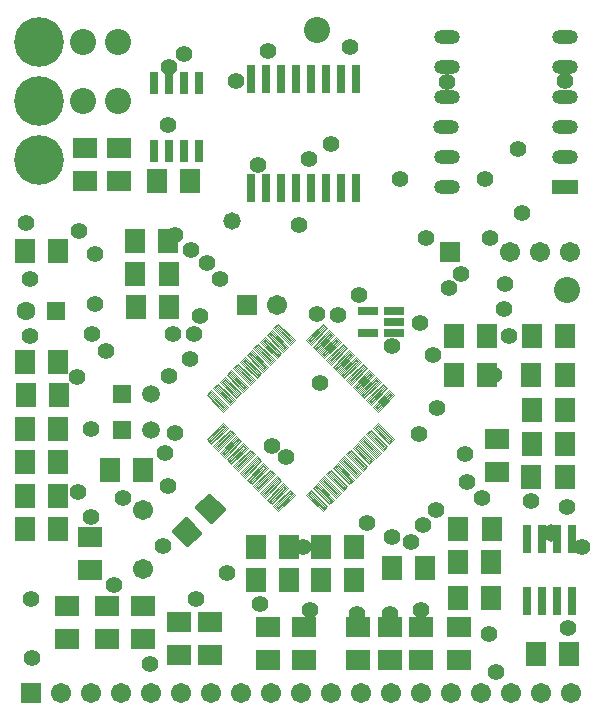
<source format=gts>
%FSLAX43Y43*%
%MOMM*%
G71*
G01*
G75*
%ADD10C,0.300*%
%ADD11R,0.600X1.700*%
%ADD12R,1.600X1.800*%
%ADD13R,1.800X1.600*%
%ADD14R,1.450X0.550*%
%ADD15R,1.450X0.550*%
%ADD16O,2.000X1.000*%
%ADD17R,2.000X1.000*%
%ADD18R,0.600X2.150*%
%ADD19R,0.600X2.150*%
%ADD20R,0.600X2.200*%
%ADD21R,0.600X2.200*%
%ADD22R,0.600X1.700*%
%ADD23C,0.125*%
%ADD24C,0.500*%
%ADD25C,0.400*%
%ADD26R,1.400X1.400*%
%ADD27C,1.400*%
%ADD28C,4.000*%
%ADD29C,2.000*%
%ADD30C,1.500*%
%ADD31R,1.500X1.500*%
%ADD32R,1.300X1.300*%
%ADD33C,1.300*%
%ADD34C,1.270*%
%ADD35C,1.200*%
%ADD36R,0.850X1.300*%
%ADD37C,0.600*%
%ADD38R,0.803X1.903*%
%ADD39R,1.803X2.003*%
%ADD40R,2.003X1.803*%
%ADD41R,1.653X0.753*%
%ADD42R,1.653X0.753*%
%ADD43O,2.203X1.203*%
%ADD44R,2.203X1.203*%
%ADD45R,0.803X2.353*%
%ADD46R,0.803X2.353*%
%ADD47R,0.803X2.403*%
%ADD48R,0.803X2.403*%
%ADD49R,0.803X1.903*%
%ADD50R,1.603X1.603*%
%ADD51C,1.603*%
%ADD52C,4.203*%
%ADD53C,2.203*%
%ADD54C,1.703*%
%ADD55R,1.703X1.703*%
%ADD56R,1.503X1.503*%
%ADD57C,1.503*%
%ADD58C,1.473*%
%ADD59C,1.403*%
D23*
X17369Y23142D02*
X16960Y23551D01*
X18359Y24950D01*
X18768Y24541D01*
X17369Y23142D01*
Y23290D02*
X17108Y23551D01*
X18359Y24803D01*
X18621Y24541D01*
X17369Y23290D01*
Y23437D02*
X17255Y23551D01*
X18359Y24655D01*
X18473Y24541D01*
X17369Y23437D01*
X17395Y23559D02*
X18334Y24534D01*
X17935Y22577D02*
X17526Y22985D01*
X18925Y24384D01*
X19334Y23975D01*
X17935Y22577D01*
Y22724D02*
X17673Y22985D01*
X18925Y24237D01*
X19186Y23975D01*
X17935Y22724D01*
Y22871D02*
X17821Y22985D01*
X18925Y24090D01*
X19039Y23975D01*
X17935Y22871D01*
X17961Y22993D02*
X18899Y23968D01*
X18501Y22011D02*
X18092Y22420D01*
X19491Y23819D01*
X19899Y23410D01*
X18501Y22011D01*
Y22158D02*
X18239Y22420D01*
X19491Y23671D01*
X19752Y23410D01*
X18501Y22158D01*
Y22306D02*
X18386Y22420D01*
X19491Y23524D01*
X19605Y23410D01*
X18501Y22306D01*
X18526Y22427D02*
X19465Y23402D01*
X19066Y21445D02*
X18658Y21854D01*
X20056Y23253D01*
X20465Y22844D01*
X19066Y21445D01*
Y21593D02*
X18805Y21854D01*
X20056Y23106D01*
X20318Y22844D01*
X19066Y21593D01*
Y21740D02*
X18952Y21854D01*
X20056Y22958D01*
X20171Y22844D01*
X19066Y21740D01*
X19092Y21862D02*
X20031Y22837D01*
X19632Y20880D02*
X19223Y21288D01*
X20622Y22687D01*
X21031Y22278D01*
X19632Y20880D01*
Y21027D02*
X19370Y21288D01*
X20622Y22540D01*
X20884Y22278D01*
X19632Y21027D01*
Y21174D02*
X19518Y21288D01*
X20622Y22393D01*
X20736Y22278D01*
X19632Y21174D01*
X19658Y21296D02*
X20596Y22271D01*
X20198Y20314D02*
X19789Y20723D01*
X21188Y22122D01*
X21597Y21713D01*
X20198Y20314D01*
Y20461D02*
X19936Y20723D01*
X21188Y21974D01*
X21449Y21713D01*
X20198Y20461D01*
Y20609D02*
X20084Y20723D01*
X21188Y21827D01*
X21302Y21713D01*
X20198Y20609D01*
X20223Y20730D02*
X21162Y21705D01*
X20763Y19748D02*
X20355Y20157D01*
X21753Y21556D01*
X22162Y21147D01*
X20763Y19748D01*
Y19895D02*
X20502Y20157D01*
X21753Y21409D01*
X22015Y21147D01*
X20763Y19895D01*
Y20043D02*
X20649Y20157D01*
X21753Y21261D01*
X21868Y21147D01*
X20763Y20043D01*
X20789Y20165D02*
X21728Y21139D01*
X21329Y19182D02*
X20920Y19591D01*
X22319Y20990D01*
X22728Y20581D01*
X21329Y19182D01*
Y19330D02*
X21068Y19591D01*
X22319Y20843D01*
X22581Y20581D01*
X21329Y19330D01*
Y19477D02*
X21215Y19591D01*
X22319Y20695D01*
X22433Y20581D01*
X21329Y19477D01*
X21355Y19599D02*
X22294Y20574D01*
X21895Y18617D02*
X21486Y19026D01*
X22885Y20424D01*
X23294Y20016D01*
X21895Y18617D01*
Y18764D02*
X21633Y19026D01*
X22885Y20277D01*
X23146Y20016D01*
X21895Y18764D01*
Y18911D02*
X21781Y19026D01*
X22885Y20130D01*
X22999Y20016D01*
X21895Y18911D01*
X21920Y19033D02*
X22859Y20008D01*
X22461Y18051D02*
X22052Y18460D01*
X23450Y19859D01*
X23859Y19450D01*
X22461Y18051D01*
Y18198D02*
X22199Y18460D01*
X23450Y19711D01*
X23712Y19450D01*
X22461Y18198D01*
Y18346D02*
X22346Y18460D01*
X23450Y19564D01*
X23565Y19450D01*
X22461Y18346D01*
X22486Y18468D02*
X23425Y19442D01*
X23026Y17485D02*
X22617Y17894D01*
X24016Y19293D01*
X24425Y18884D01*
X23026Y17485D01*
Y17633D02*
X22765Y17894D01*
X24016Y19146D01*
X24278Y18884D01*
X23026Y17633D01*
Y17780D02*
X22912Y17894D01*
X24016Y18999D01*
X24130Y18884D01*
X23026Y17780D01*
X23052Y17902D02*
X23991Y18877D01*
X27183Y17894D02*
X26774Y17485D01*
X25375Y18884D01*
X25784Y19293D01*
X27183Y17894D01*
X27035D02*
X26774Y17633D01*
X25522Y18884D01*
X25784Y19146D01*
X27035Y17894D01*
X26888D02*
X26774Y17780D01*
X25670Y18884D01*
X25784Y18998D01*
X26888Y17894D01*
X26766Y17920D02*
X25791Y18859D01*
X27748Y18460D02*
X27340Y18051D01*
X25941Y19450D01*
X26350Y19859D01*
X27748Y18460D01*
X27601D02*
X27340Y18198D01*
X26088Y19450D01*
X26350Y19712D01*
X27601Y18460D01*
X27454D02*
X27340Y18346D01*
X26235Y19450D01*
X26350Y19564D01*
X27454Y18460D01*
X27332Y18486D02*
X26357Y19424D01*
X28314Y19026D02*
X27905Y18617D01*
X26506Y20016D01*
X26915Y20425D01*
X28314Y19026D01*
X28167D02*
X27905Y18764D01*
X26654Y20016D01*
X26915Y20277D01*
X28167Y19026D01*
X28019D02*
X27905Y18912D01*
X26801Y20016D01*
X26915Y20130D01*
X28019Y19026D01*
X27898Y19051D02*
X26923Y19990D01*
X28880Y19591D02*
X28471Y19182D01*
X27072Y20581D01*
X27481Y20990D01*
X28880Y19591D01*
X28732D02*
X28471Y19330D01*
X27219Y20581D01*
X27481Y20843D01*
X28732Y19591D01*
X28585D02*
X28471Y19477D01*
X27367Y20581D01*
X27481Y20695D01*
X28585Y19591D01*
X28463Y19617D02*
X27488Y20556D01*
X31143Y21854D02*
X30734Y21445D01*
X29335Y22844D01*
X29744Y23253D01*
X31143Y21854D01*
X30995D02*
X30734Y21593D01*
X29482Y22844D01*
X29744Y23106D01*
X30995Y21854D01*
X30848D02*
X30734Y21740D01*
X29629Y22844D01*
X29744Y22958D01*
X30848Y21854D01*
X30726Y21880D02*
X29751Y22819D01*
X31708Y22420D02*
X31299Y22011D01*
X29900Y23410D01*
X30309Y23819D01*
X31708Y22420D01*
X31561D02*
X31299Y22158D01*
X30048Y23410D01*
X30309Y23671D01*
X31561Y22420D01*
X31413D02*
X31299Y22306D01*
X30195Y23410D01*
X30309Y23524D01*
X31413Y22420D01*
X31292Y22445D02*
X30317Y23384D01*
X32274Y22985D02*
X31865Y22577D01*
X30466Y23975D01*
X30875Y24384D01*
X32274Y22985D01*
X32127D02*
X31865Y22724D01*
X30613Y23975D01*
X30875Y24237D01*
X32127Y22985D01*
X31979D02*
X31865Y22871D01*
X30761Y23975D01*
X30875Y24090D01*
X31979Y22985D01*
X31857Y23011D02*
X30883Y23950D01*
X32840Y23551D02*
X32431Y23142D01*
X31032Y24541D01*
X31441Y24950D01*
X32840Y23551D01*
X32692D02*
X32431Y23290D01*
X31179Y24541D01*
X31441Y24803D01*
X32692Y23551D01*
X32545D02*
X32431Y23437D01*
X31326Y24541D01*
X31441Y24655D01*
X32545Y23551D01*
X32423Y23577D02*
X31448Y24516D01*
X25784Y31557D02*
X25375Y31966D01*
X26774Y33365D01*
X27183Y32956D01*
X25784Y31557D01*
Y31704D02*
X25522Y31966D01*
X26774Y33217D01*
X27035Y32956D01*
X25784Y31704D01*
Y31852D02*
X25670Y31966D01*
X26774Y33070D01*
X26888Y32956D01*
X25784Y31852D01*
X25809Y31973D02*
X26748Y32948D01*
X26350Y30991D02*
X25941Y31400D01*
X27340Y32799D01*
X27748Y32390D01*
X26350Y30991D01*
Y31139D02*
X26088Y31400D01*
X27340Y32652D01*
X27601Y32390D01*
X26350Y31139D01*
Y31286D02*
X26235Y31400D01*
X27340Y32504D01*
X27454Y32390D01*
X26350Y31286D01*
X26375Y31408D02*
X27314Y32382D01*
X26915Y30426D02*
X26506Y30834D01*
X27905Y32233D01*
X28314Y31824D01*
X26915Y30426D01*
Y30573D02*
X26654Y30834D01*
X27905Y32086D01*
X28167Y31824D01*
X26915Y30573D01*
Y30720D02*
X26801Y30834D01*
X27905Y31939D01*
X28019Y31824D01*
X26915Y30720D01*
X26941Y30842D02*
X27880Y31817D01*
X27481Y29860D02*
X27072Y30269D01*
X28471Y31667D01*
X28880Y31259D01*
X27481Y29860D01*
Y30007D02*
X27219Y30269D01*
X28471Y31520D01*
X28732Y31259D01*
X27481Y30007D01*
Y30154D02*
X27367Y30269D01*
X28471Y31373D01*
X28585Y31259D01*
X27481Y30154D01*
X27506Y30276D02*
X28445Y31251D01*
X28047Y29294D02*
X27638Y29703D01*
X29037Y31102D01*
X29445Y30693D01*
X28047Y29294D01*
Y29441D02*
X27785Y29703D01*
X29037Y30955D01*
X29298Y30693D01*
X28047Y29441D01*
Y29589D02*
X27932Y29703D01*
X29037Y30807D01*
X29151Y30693D01*
X28047Y29589D01*
X28072Y29711D02*
X29011Y30685D01*
X28612Y28728D02*
X28203Y29137D01*
X29602Y30536D01*
X30011Y30127D01*
X28612Y28728D01*
Y28876D02*
X28351Y29137D01*
X29602Y30389D01*
X29864Y30127D01*
X28612Y28876D01*
Y29023D02*
X28498Y29137D01*
X29602Y30242D01*
X29716Y30127D01*
X28612Y29023D01*
X28638Y29145D02*
X29577Y30120D01*
X29178Y28163D02*
X28769Y28572D01*
X30168Y29970D01*
X30577Y29562D01*
X29178Y28163D01*
Y28310D02*
X28916Y28572D01*
X30168Y29823D01*
X30429Y29562D01*
X29178Y28310D01*
Y28457D02*
X29064Y28572D01*
X30168Y29676D01*
X30282Y29562D01*
X29178Y28457D01*
X29204Y28579D02*
X30142Y29554D01*
X29744Y27597D02*
X29335Y28006D01*
X30734Y29405D01*
X31142Y28996D01*
X29744Y27597D01*
Y27744D02*
X29482Y28006D01*
X30734Y29257D01*
X30995Y28996D01*
X29744Y27744D01*
Y27892D02*
X29629Y28006D01*
X30734Y29110D01*
X30848Y28996D01*
X29744Y27892D01*
X29769Y28014D02*
X30708Y28988D01*
X30309Y27031D02*
X29901Y27440D01*
X31299Y28839D01*
X31708Y28430D01*
X30309Y27031D01*
Y27179D02*
X30048Y27440D01*
X31299Y28692D01*
X31561Y28430D01*
X30309Y27179D01*
Y27326D02*
X30195Y27440D01*
X31299Y28544D01*
X31414Y28430D01*
X30309Y27326D01*
X30335Y27448D02*
X31274Y28423D01*
X30875Y26466D02*
X30466Y26875D01*
X31865Y28273D01*
X32274Y27865D01*
X30875Y26466D01*
Y26613D02*
X30614Y26875D01*
X31865Y28126D01*
X32127Y27865D01*
X30875Y26613D01*
Y26760D02*
X30761Y26875D01*
X31865Y27979D01*
X31979Y27865D01*
X30875Y26760D01*
X30901Y26882D02*
X31839Y27857D01*
X31441Y25900D02*
X31032Y26309D01*
X32431Y27708D01*
X32840Y27299D01*
X31441Y25900D01*
Y26047D02*
X31179Y26309D01*
X32431Y27560D01*
X32692Y27299D01*
X31441Y26047D01*
Y26195D02*
X31327Y26309D01*
X32431Y27413D01*
X32545Y27299D01*
X31441Y26195D01*
X31466Y26316D02*
X32405Y27291D01*
X18768Y26309D02*
X18359Y25900D01*
X16960Y27299D01*
X17369Y27708D01*
X18768Y26309D01*
X18621D02*
X18359Y26047D01*
X17108Y27299D01*
X17369Y27560D01*
X18621Y26309D01*
X18473D02*
X18359Y26195D01*
X17255Y27299D01*
X17369Y27413D01*
X18473Y26309D01*
X18352Y26334D02*
X17377Y27273D01*
X19334Y26875D02*
X18925Y26466D01*
X17526Y27865D01*
X17935Y28273D01*
X19334Y26875D01*
X19186D02*
X18925Y26613D01*
X17673Y27865D01*
X17935Y28126D01*
X19186Y26875D01*
X19039D02*
X18925Y26760D01*
X17821Y27865D01*
X17935Y27979D01*
X19039Y26875D01*
X18917Y26900D02*
X17943Y27839D01*
X19899Y27440D02*
X19491Y27031D01*
X18092Y28430D01*
X18501Y28839D01*
X19899Y27440D01*
X19752D02*
X19491Y27179D01*
X18239Y28430D01*
X18501Y28692D01*
X19752Y27440D01*
X19605D02*
X19491Y27326D01*
X18386Y28430D01*
X18501Y28544D01*
X19605Y27440D01*
X19483Y27466D02*
X18508Y28405D01*
X20465Y28006D02*
X20056Y27597D01*
X18658Y28996D01*
X19066Y29405D01*
X20465Y28006D01*
X20318D02*
X20056Y27744D01*
X18805Y28996D01*
X19066Y29257D01*
X20318Y28006D01*
X20171D02*
X20056Y27892D01*
X18952Y28996D01*
X19066Y29110D01*
X20171Y28006D01*
X20049Y28031D02*
X19074Y28970D01*
X21031Y28572D02*
X20622Y28163D01*
X19223Y29562D01*
X19632Y29970D01*
X21031Y28572D01*
X20884D02*
X20622Y28310D01*
X19371Y29562D01*
X19632Y29823D01*
X20884Y28572D01*
X20736D02*
X20622Y28457D01*
X19518Y29562D01*
X19632Y29676D01*
X20736Y28572D01*
X20614Y28597D02*
X19640Y29536D01*
X21597Y29137D02*
X21188Y28728D01*
X19789Y30127D01*
X20198Y30536D01*
X21597Y29137D01*
X21449D02*
X21188Y28876D01*
X19936Y30127D01*
X20198Y30389D01*
X21449Y29137D01*
X21302D02*
X21188Y29023D01*
X20084Y30127D01*
X20198Y30241D01*
X21302Y29137D01*
X21180Y29163D02*
X20205Y30102D01*
X22162Y29703D02*
X21753Y29294D01*
X20355Y30693D01*
X20763Y31102D01*
X22162Y29703D01*
X22015D02*
X21753Y29441D01*
X20502Y30693D01*
X20763Y30954D01*
X22015Y29703D01*
X21868D02*
X21753Y29589D01*
X20649Y30693D01*
X20763Y30807D01*
X21868Y29703D01*
X21746Y29729D02*
X20771Y30667D01*
X22728Y30269D02*
X22319Y29860D01*
X20920Y31259D01*
X21329Y31667D01*
X22728Y30269D01*
X22581D02*
X22319Y30007D01*
X21068Y31259D01*
X21329Y31520D01*
X22581Y30269D01*
X22433D02*
X22319Y30154D01*
X21215Y31259D01*
X21329Y31373D01*
X22433Y30269D01*
X22311Y30294D02*
X21337Y31233D01*
X23294Y30834D02*
X22885Y30426D01*
X21486Y31824D01*
X21895Y32233D01*
X23294Y30834D01*
X23146D02*
X22885Y30573D01*
X21633Y31824D01*
X21895Y32086D01*
X23146Y30834D01*
X22999D02*
X22885Y30720D01*
X21781Y31824D01*
X21895Y31939D01*
X22999Y30834D01*
X22877Y30860D02*
X21902Y31799D01*
X23859Y31400D02*
X23450Y30991D01*
X22052Y32390D01*
X22460Y32799D01*
X23859Y31400D01*
X23712D02*
X23450Y31139D01*
X22199Y32390D01*
X22460Y32652D01*
X23712Y31400D01*
X23565D02*
X23450Y31286D01*
X22346Y32390D01*
X22460Y32504D01*
X23565Y31400D01*
X23443Y31426D02*
X22468Y32364D01*
X24425Y31966D02*
X24016Y31557D01*
X22617Y32956D01*
X23026Y33365D01*
X24425Y31966D01*
X24278D02*
X24016Y31704D01*
X22765Y32956D01*
X23026Y33217D01*
X24278Y31966D01*
X24130D02*
X24016Y31852D01*
X22912Y32956D01*
X23026Y33070D01*
X24130Y31966D01*
X24009Y31991D02*
X23034Y32930D01*
X30577Y21288D02*
X30168Y20880D01*
X28769Y22278D01*
X29178Y22687D01*
X30577Y21288D01*
X30429D02*
X30168Y21027D01*
X28916Y22278D01*
X29178Y22540D01*
X30429Y21288D01*
X30282D02*
X30168Y21174D01*
X29064Y22278D01*
X29178Y22393D01*
X30282Y21288D01*
X30160Y21314D02*
X29186Y22253D01*
X30011Y20723D02*
X29602Y20314D01*
X28203Y21713D01*
X28612Y22122D01*
X30011Y20723D01*
X29864D02*
X29602Y20461D01*
X28351Y21713D01*
X28612Y21974D01*
X29864Y20723D01*
X29716D02*
X29602Y20609D01*
X28498Y21713D01*
X28612Y21827D01*
X29716Y20723D01*
X29595Y20748D02*
X28620Y21687D01*
X29445Y20157D02*
X29037Y19748D01*
X27638Y21147D01*
X28047Y21556D01*
X29445Y20157D01*
X29298D02*
X29037Y19896D01*
X27785Y21147D01*
X28047Y21409D01*
X29298Y20157D01*
X29151D02*
X29037Y20043D01*
X27932Y21147D01*
X28047Y21261D01*
X29151Y20157D01*
X29029Y20183D02*
X28054Y21121D01*
D25*
X15337Y14675D02*
X14204Y15809D01*
X15196Y16801D01*
X16330Y15667D01*
X15337Y14675D01*
Y15147D02*
X14675Y15809D01*
X15196Y16330D01*
X15858Y15667D01*
X15337Y15147D01*
Y15618D02*
X15147Y15809D01*
X15196Y15858D01*
X15387Y15667D01*
X15337Y15618D01*
X15267Y15720D02*
Y15756D01*
X17317Y16655D02*
X16184Y17789D01*
X17176Y18781D01*
X18310Y17647D01*
X17317Y16655D01*
Y17126D02*
X16655Y17789D01*
X17176Y18309D01*
X17838Y17647D01*
X17317Y17126D01*
Y17598D02*
X17126Y17789D01*
X17176Y17838D01*
X17367Y17647D01*
X17317Y17598D01*
X17247Y17700D02*
Y17736D01*
D38*
X16330Y48000D02*
D03*
X13790Y53700D02*
D03*
X12520D02*
D03*
X15060Y48000D02*
D03*
X13790D02*
D03*
X12520D02*
D03*
D39*
X12738Y45393D02*
D03*
X15538D02*
D03*
X47613Y5418D02*
D03*
X44813D02*
D03*
X44462Y28982D02*
D03*
X47262Y28982D02*
D03*
X40688Y28993D02*
D03*
X37888D02*
D03*
X44512Y32282D02*
D03*
X40688Y32293D02*
D03*
X37888D02*
D03*
X47312Y32282D02*
D03*
X44487Y23182D02*
D03*
Y26082D02*
D03*
X47287Y23182D02*
D03*
Y26082D02*
D03*
X4413Y30140D02*
D03*
X1613D02*
D03*
X4430Y27309D02*
D03*
X1630D02*
D03*
X4388Y24445D02*
D03*
X1588Y24445D02*
D03*
X4405Y21614D02*
D03*
X1605Y21614D02*
D03*
X4388Y18775D02*
D03*
X1588D02*
D03*
X4405Y15944D02*
D03*
X1605D02*
D03*
X13763Y34768D02*
D03*
X10963Y34768D02*
D03*
X38287Y16007D02*
D03*
X41087Y16007D02*
D03*
X38212Y10107D02*
D03*
X41012Y10107D02*
D03*
X32687Y12682D02*
D03*
X35487Y12682D02*
D03*
X26612Y14482D02*
D03*
X29412Y14482D02*
D03*
X38262Y13182D02*
D03*
X41062Y13182D02*
D03*
X23963Y14443D02*
D03*
X21163Y14443D02*
D03*
X29443Y11653D02*
D03*
X26643D02*
D03*
X21132Y11622D02*
D03*
X23932D02*
D03*
X11563Y20943D02*
D03*
X8763Y20943D02*
D03*
X4413Y39543D02*
D03*
X1613Y39543D02*
D03*
X44462Y20332D02*
D03*
X47262Y20332D02*
D03*
X13738Y37518D02*
D03*
X10938Y37518D02*
D03*
X13713Y40318D02*
D03*
X10913Y40318D02*
D03*
D40*
X6657Y45413D02*
D03*
Y48213D02*
D03*
X9543Y45412D02*
D03*
X9543Y48212D02*
D03*
X11582Y9438D02*
D03*
X11582Y6638D02*
D03*
X17257Y8088D02*
D03*
Y5288D02*
D03*
X14657Y8088D02*
D03*
Y5288D02*
D03*
X35143Y4837D02*
D03*
X35143Y7637D02*
D03*
X8518Y6662D02*
D03*
X8518Y9462D02*
D03*
X7068Y12512D02*
D03*
X7068Y15312D02*
D03*
X5168Y6662D02*
D03*
X5168Y9462D02*
D03*
X38357Y7638D02*
D03*
Y4838D02*
D03*
X41568Y20762D02*
D03*
X41568Y23562D02*
D03*
X32518Y4837D02*
D03*
X32518Y7637D02*
D03*
X29743Y4862D02*
D03*
X29743Y7662D02*
D03*
X25243Y4837D02*
D03*
X25243Y7637D02*
D03*
X22122Y7668D02*
D03*
Y4868D02*
D03*
D41*
X30650Y32550D02*
D03*
Y34450D02*
D03*
X32800Y33500D02*
D03*
X32800Y32550D02*
D03*
D42*
X32800Y34450D02*
D03*
D43*
X37285Y44915D02*
D03*
X47285Y49990D02*
D03*
X47285Y52540D02*
D03*
X37285D02*
D03*
X37235Y49990D02*
D03*
X37285Y47465D02*
D03*
X47285Y55090D02*
D03*
Y57640D02*
D03*
X37310Y55090D02*
D03*
X37285Y57640D02*
D03*
X47285Y47465D02*
D03*
D44*
Y44915D02*
D03*
D45*
X29570Y54100D02*
D03*
X28300D02*
D03*
X27030D02*
D03*
X25760D02*
D03*
X21950D02*
D03*
X20680D02*
D03*
X29570Y44850D02*
D03*
X28300D02*
D03*
X27030D02*
D03*
X25760D02*
D03*
X24490D02*
D03*
X23220D02*
D03*
X21950D02*
D03*
X20680D02*
D03*
D46*
X24490Y54100D02*
D03*
X23220D02*
D03*
D47*
X46585Y15100D02*
D03*
X45315D02*
D03*
X44045D02*
D03*
X47855Y9900D02*
D03*
X46585D02*
D03*
X45315D02*
D03*
X44045D02*
D03*
D48*
X47855Y15100D02*
D03*
D49*
X15060Y53700D02*
D03*
X16330D02*
D03*
D50*
X4189Y34433D02*
D03*
D51*
X1689D02*
D03*
D52*
X2800Y47200D02*
D03*
Y52200D02*
D03*
Y57200D02*
D03*
D53*
X47500Y36225D02*
D03*
X26300Y58250D02*
D03*
X6525Y57175D02*
D03*
X9500Y57225D02*
D03*
X6525Y52175D02*
D03*
X9500Y52225D02*
D03*
D54*
X11575Y17617D02*
D03*
Y12617D02*
D03*
X22910Y34937D02*
D03*
X45280Y2100D02*
D03*
X42740D02*
D03*
X47727Y39416D02*
D03*
X45187D02*
D03*
X42647D02*
D03*
X47820Y2100D02*
D03*
X40200D02*
D03*
X37660D02*
D03*
X32580D02*
D03*
X30040D02*
D03*
X27500D02*
D03*
X24960D02*
D03*
X22420D02*
D03*
X19880D02*
D03*
X17340D02*
D03*
X14800D02*
D03*
X12260D02*
D03*
X9720D02*
D03*
X7180D02*
D03*
X4640D02*
D03*
X35120D02*
D03*
D55*
X20370Y34937D02*
D03*
X37567Y39416D02*
D03*
X2100Y2100D02*
D03*
D56*
X9758Y27363D02*
D03*
Y24388D02*
D03*
D57*
X12258Y27363D02*
D03*
Y24388D02*
D03*
D58*
X19100Y42050D02*
D03*
X46100Y15625D02*
D03*
D59*
X13675Y50200D02*
D03*
X28100Y34125D02*
D03*
X27475Y48525D02*
D03*
X25625Y47275D02*
D03*
X32625Y31425D02*
D03*
X29900Y35800D02*
D03*
X35000Y33400D02*
D03*
X15050Y56175D02*
D03*
X19425Y53875D02*
D03*
X22125Y56400D02*
D03*
X29110Y56760D02*
D03*
X13790Y55110D02*
D03*
X37285Y53800D02*
D03*
X47275Y53875D02*
D03*
X48725Y14475D02*
D03*
X47600Y7575D02*
D03*
X18700Y12200D02*
D03*
X41450Y3875D02*
D03*
X35500Y40600D02*
D03*
X26279Y34196D02*
D03*
X42550Y32293D02*
D03*
X7175Y16950D02*
D03*
X7225Y32450D02*
D03*
X14125Y32500D02*
D03*
X14325Y40825D02*
D03*
X7145Y24445D02*
D03*
X9125Y11225D02*
D03*
X8450Y31025D02*
D03*
X15900Y32450D02*
D03*
X15650Y39575D02*
D03*
X38800Y22300D02*
D03*
X6050Y19125D02*
D03*
X6000Y28800D02*
D03*
X15525Y30375D02*
D03*
X17000Y38450D02*
D03*
X39025Y19975D02*
D03*
X16400Y34000D02*
D03*
X18075Y37150D02*
D03*
X42250Y36700D02*
D03*
X36450Y26175D02*
D03*
X35150Y9075D02*
D03*
X36400Y17575D02*
D03*
X40250Y18550D02*
D03*
X32525Y8800D02*
D03*
X35275Y16275D02*
D03*
X29725Y8787D02*
D03*
X34250Y14850D02*
D03*
X34975Y24025D02*
D03*
X32687Y15250D02*
D03*
X14250Y24075D02*
D03*
X25700Y9075D02*
D03*
X25125Y14475D02*
D03*
X22500Y22975D02*
D03*
X23700Y22025D02*
D03*
X26600Y28350D02*
D03*
X6150Y41225D02*
D03*
X36125Y30700D02*
D03*
X30575Y16500D02*
D03*
X16050Y10050D02*
D03*
X40850Y7100D02*
D03*
X12200Y4575D02*
D03*
X2200Y5025D02*
D03*
X2100Y10000D02*
D03*
X13250Y14500D02*
D03*
X13700Y19575D02*
D03*
X1975Y32300D02*
D03*
X7500Y39250D02*
D03*
X7525Y35000D02*
D03*
X38525Y37550D02*
D03*
X37475Y36400D02*
D03*
X44450Y18350D02*
D03*
X43625Y42700D02*
D03*
X13450Y22400D02*
D03*
X2000Y37100D02*
D03*
X1675Y41900D02*
D03*
X40500Y45575D02*
D03*
X21500Y9600D02*
D03*
X24750Y41725D02*
D03*
X41268Y28975D02*
D03*
X42100Y34575D02*
D03*
X40925Y40600D02*
D03*
X43300Y48125D02*
D03*
X33300Y45575D02*
D03*
X21300Y46775D02*
D03*
X13800Y28950D02*
D03*
X9900Y18625D02*
D03*
X47450Y17800D02*
D03*
M02*

</source>
